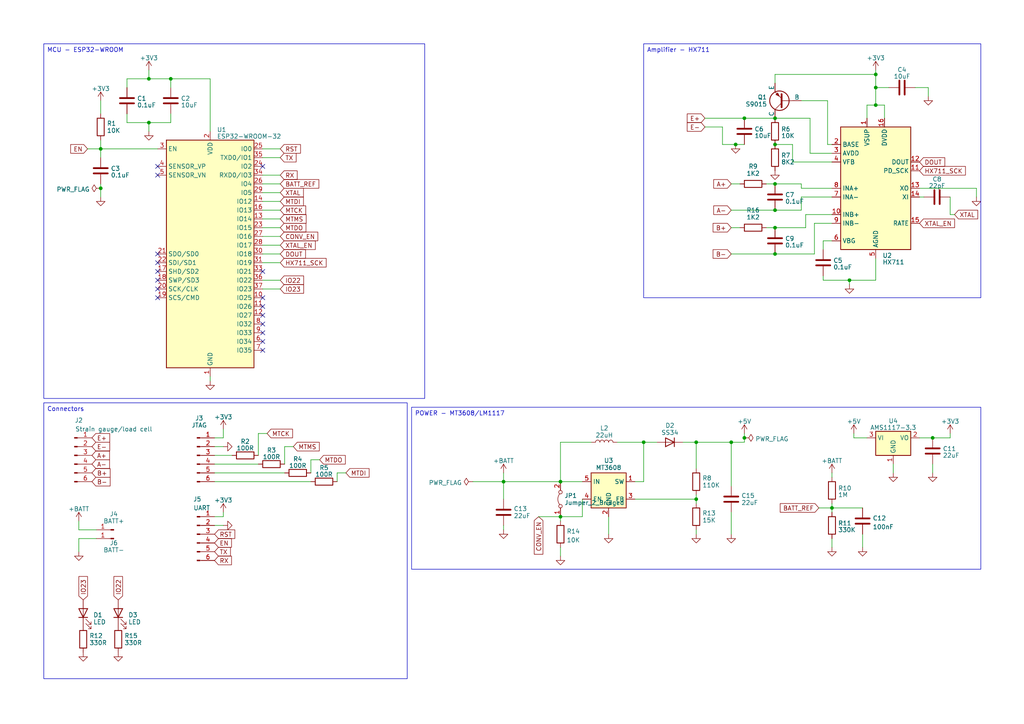
<source format=kicad_sch>
(kicad_sch (version 20231120) (generator "eeschema") (generator_version "8.0")
  (paper "A4")
  (title_block (title "Electronic hangboard") (date "2023-05-30") (rev "2"))
  (lib_symbols
    (symbol "Analog_ADC:HX711"
      (property "Reference" "U" (at 5.08 21.59 0))
      (property "Value" "HX711" (at 7.62 19.05 0))
      (symbol "HX711_0_1"
        (rectangle (start -10.16 17.78) (end 10.16 -17.78) (stroke (width 0.254)) (fill (type background)))
      )
      (symbol "HX711_1_1"
        (pin power_in line (at -2.54 20.32 270) (length 2.54) (name "VSUP") (number "1"))
        (pin input line (at -12.7 -7.62 0) (length 2.54) (name "INB+") (number "10"))
        (pin input line (at 12.7 5.08 180) (length 2.54) (name "PD_SCK") (number "11"))
        (pin output line (at 12.7 7.62 180) (length 2.54) (name "DOUT") (number "12"))
        (pin passive line (at 12.7 0 180) (length 2.54) (name "XO") (number "13"))
        (pin passive line (at 12.7 -2.54 180) (length 2.54) (name "XI") (number "14"))
        (pin input line (at 12.7 -10.16 180) (length 2.54) (name "RATE") (number "15"))
        (pin power_in line (at 2.54 20.32 270) (length 2.54) (name "DVDD") (number "16"))
        (pin passive line (at -12.7 12.7 0) (length 2.54) (name "BASE") (number "2"))
        (pin power_in line (at -12.7 10.16 0) (length 2.54) (name "AVDD") (number "3"))
        (pin input line (at -12.7 7.62 0) (length 2.54) (name "VFB") (number "4"))
        (pin power_in line (at 0 -20.32 90) (length 2.54) (name "AGND") (number "5"))
        (pin passive line (at -12.7 -15.24 0) (length 2.54) (name "VBG") (number "6"))
        (pin input line (at -12.7 -2.54 0) (length 2.54) (name "INA-") (number "7"))
        (pin input line (at -12.7 0 0) (length 2.54) (name "INA+") (number "8"))
        (pin input line (at -12.7 -10.16 0) (length 2.54) (name "INB-") (number "9"))
      )
    )
    (symbol "Connector:Conn_01x01_Pin" (pin_names (offset 1.016) hide)
      (property "Reference" "J" (at 0 2.54 0))
      (property "Value" "Conn_01x01_Pin" (at 0 -2.54 0))
      (symbol "Conn_01x01_Pin_1_1"
        (polyline (pts (xy 1.27 0) (xy 0.8636 0)) (stroke (width 0.1524)))
        (rectangle (start 0.8636 0.127) (end 0 -0.127) (stroke (width 0.1524)) (fill (type outline)))
        (pin passive line (at 5.08 0 180) (length 3.81) (name "Pin_1") (number "1"))
      )
    )
    (symbol "Connector:Conn_01x06_Pin" (pin_names (offset 1.016) hide)
      (property "Reference" "J" (at 0 7.62 0))
      (property "Value" "Conn_01x06_Pin" (at 0 -10.16 0))
      (symbol "Conn_01x06_Pin_1_1"
        (polyline (pts (xy 1.27 -7.62) (xy 0.8636 -7.62)) (stroke (width 0.1524)))
        (polyline (pts (xy 1.27 -5.08) (xy 0.8636 -5.08)) (stroke (width 0.1524)))
        (polyline (pts (xy 1.27 -2.54) (xy 0.8636 -2.54)) (stroke (width 0.1524)))
        (polyline (pts (xy 1.27 0) (xy 0.8636 0)) (stroke (width 0.1524)))
        (polyline (pts (xy 1.27 2.54) (xy 0.8636 2.54)) (stroke (width 0.1524)))
        (polyline (pts (xy 1.27 5.08) (xy 0.8636 5.08)) (stroke (width 0.1524)))
        (rectangle (start 0.8636 -7.493) (end 0 -7.747) (stroke (width 0.1524)) (fill (type outline)))
        (rectangle (start 0.8636 -4.953) (end 0 -5.207) (stroke (width 0.1524)) (fill (type outline)))
        (rectangle (start 0.8636 -2.413) (end 0 -2.667) (stroke (width 0.1524)) (fill (type outline)))
        (rectangle (start 0.8636 0.127) (end 0 -0.127) (stroke (width 0.1524)) (fill (type outline)))
        (rectangle (start 0.8636 2.667) (end 0 2.413) (stroke (width 0.1524)) (fill (type outline)))
        (rectangle (start 0.8636 5.207) (end 0 4.953) (stroke (width 0.1524)) (fill (type outline)))
        (pin passive line (at 5.08 5.08 180) (length 3.81) (name "Pin_1") (number "1"))
        (pin passive line (at 5.08 2.54 180) (length 3.81) (name "Pin_2") (number "2"))
        (pin passive line (at 5.08 0 180) (length 3.81) (name "Pin_3") (number "3"))
        (pin passive line (at 5.08 -2.54 180) (length 3.81) (name "Pin_4") (number "4"))
        (pin passive line (at 5.08 -5.08 180) (length 3.81) (name "Pin_5") (number "5"))
        (pin passive line (at 5.08 -7.62 180) (length 3.81) (name "Pin_6") (number "6"))
      )
    )
    (symbol "Device:C" (pin_numbers hide) (pin_names (offset 0.254))
      (property "Reference" "C" (at 0.635 2.54 0))
      (property "Value" "C" (at 0.635 -2.54 0))
      (symbol "C_0_1"
        (polyline (pts (xy -2.032 -0.762) (xy 2.032 -0.762)) (stroke (width 0.508)))
        (polyline (pts (xy -2.032 0.762) (xy 2.032 0.762)) (stroke (width 0.508)))
      )
      (symbol "C_1_1"
        (pin passive line (at 0 3.81 270) (length 2.794) (name "~") (number "1"))
        (pin passive line (at 0 -3.81 90) (length 2.794) (name "~") (number "2"))
      )
    )
    (symbol "Device:D" (pin_numbers hide) (pin_names (offset 1.016) hide)
      (property "Reference" "D" (at 0 2.54 0))
      (property "Value" "D" (at 0 -2.54 0))
      (symbol "D_0_1"
        (polyline (pts (xy -1.27 1.27) (xy -1.27 -1.27)) (stroke (width 0.254)))
        (polyline (pts (xy 1.27 0) (xy -1.27 0)))
        (polyline (pts (xy 1.27 1.27) (xy 1.27 -1.27) (xy -1.27 0) (xy 1.27 1.27)) (stroke (width 0.254)))
      )
      (symbol "D_1_1"
        (pin passive line (at -3.81 0 0) (length 2.54) (name "K") (number "1"))
        (pin passive line (at 3.81 0 180) (length 2.54) (name "A") (number "2"))
      )
    )
    (symbol "Device:L" (pin_numbers hide) (pin_names (offset 1.016) hide)
      (property "Reference" "L" (at -1.27 0 90))
      (property "Value" "L" (at 1.905 0 90))
      (symbol "L_0_1"
        (arc (start 0 -2.54) (mid 0.6323 -1.905) (end 0 -1.27))
        (arc (start 0 -1.27) (mid 0.6323 -0.635) (end 0 0))
        (arc (start 0 0) (mid 0.6323 0.635) (end 0 1.27))
        (arc (start 0 1.27) (mid 0.6323 1.905) (end 0 2.54))
      )
      (symbol "L_1_1"
        (pin passive line (at 0 3.81 270) (length 1.27) (name "1") (number "1"))
        (pin passive line (at 0 -3.81 90) (length 1.27) (name "2") (number "2"))
      )
    )
    (symbol "Device:LED" (pin_numbers hide) (pin_names (offset 1.016) hide)
      (property "Reference" "D" (at 0 2.54 0))
      (property "Value" "LED" (at 0 -2.54 0))
      (symbol "LED_0_1"
        (polyline (pts (xy -1.27 -1.27) (xy -1.27 1.27)) (stroke (width 0.254)))
        (polyline (pts (xy -1.27 0) (xy 1.27 0)))
        (polyline (pts (xy 1.27 -1.27) (xy 1.27 1.27) (xy -1.27 0) (xy 1.27 -1.27)) (stroke (width 0.254)))
        (polyline (pts (xy -3.048 -0.762) (xy -4.572 -2.286) (xy -3.81 -2.286) (xy -4.572 -2.286) (xy -4.572 -1.524)))
        (polyline (pts (xy -1.778 -0.762) (xy -3.302 -2.286) (xy -2.54 -2.286) (xy -3.302 -2.286) (xy -3.302 -1.524)))
      )
      (symbol "LED_1_1"
        (pin passive line (at -3.81 0 0) (length 2.54) (name "K") (number "1"))
        (pin passive line (at 3.81 0 180) (length 2.54) (name "A") (number "2"))
      )
    )
    (symbol "Device:R" (pin_numbers hide) (pin_names (offset 0))
      (property "Reference" "R" (at 2.032 0 90))
      (property "Value" "R" (at 0 0 90))
      (symbol "R_0_1"
        (rectangle (start -1.016 -2.54) (end 1.016 2.54) (stroke (width 0.254)))
      )
      (symbol "R_1_1"
        (pin passive line (at 0 3.81 270) (length 1.27) (name "~") (number "1"))
        (pin passive line (at 0 -3.81 90) (length 1.27) (name "~") (number "2"))
      )
    )
    (symbol "Jumper:Jumper_2_Bridged" (pin_names (offset 0) hide)
      (property "Reference" "JP" (at 0 1.905 0))
      (property "Value" "Jumper_2_Bridged" (at 0 -2.54 0))
      (symbol "Jumper_2_Bridged_0_0"
        (circle (center -2.032 0) (radius 0.508))
        (circle (center 2.032 0) (radius 0.508))
      )
      (symbol "Jumper_2_Bridged_0_1"
        (arc (start 1.524 0.254) (mid 0 0.762) (end -1.524 0.254))
      )
      (symbol "Jumper_2_Bridged_1_1"
        (pin passive line (at -5.08 0 0) (length 2.54) (name "A") (number "1"))
        (pin passive line (at 5.08 0 180) (length 2.54) (name "B") (number "2"))
      )
    )
    (symbol "RF_Module:ESP32-WROOM-32"
      (property "Reference" "U" (at -12.7 34.29 0))
      (property "Value" "ESP32-WROOM-32" (at 1.27 34.29 0))
      (symbol "ESP32-WROOM-32_0_1"
        (rectangle (start -12.7 33.02) (end 12.7 -33.02) (stroke (width 0.254)) (fill (type background)))
      )
      (symbol "ESP32-WROOM-32_1_1"
        (pin power_in line (at 0 -35.56 90) (length 2.54) (name "GND") (number "1"))
        (pin bidirectional line (at 15.24 -12.7 180) (length 2.54) (name "IO25") (number "10"))
        (pin bidirectional line (at 15.24 -15.24 180) (length 2.54) (name "IO26") (number "11"))
        (pin bidirectional line (at 15.24 -17.78 180) (length 2.54) (name "IO27") (number "12"))
        (pin bidirectional line (at 15.24 10.16 180) (length 2.54) (name "IO14") (number "13"))
        (pin bidirectional line (at 15.24 15.24 180) (length 2.54) (name "IO12") (number "14"))
        (pin passive line (at 0 -35.56 90) (length 2.54) hide (name "GND") (number "15"))
        (pin bidirectional line (at 15.24 12.7 180) (length 2.54) (name "IO13") (number "16"))
        (pin bidirectional line (at -15.24 -5.08 0) (length 2.54) (name "SHD/SD2") (number "17"))
        (pin bidirectional line (at -15.24 -7.62 0) (length 2.54) (name "SWP/SD3") (number "18"))
        (pin bidirectional line (at -15.24 -12.7 0) (length 2.54) (name "SCS/CMD") (number "19"))
        (pin power_in line (at 0 35.56 270) (length 2.54) (name "VDD") (number "2"))
        (pin bidirectional line (at -15.24 -10.16 0) (length 2.54) (name "SCK/CLK") (number "20"))
        (pin bidirectional line (at -15.24 0 0) (length 2.54) (name "SDO/SD0") (number "21"))
        (pin bidirectional line (at -15.24 -2.54 0) (length 2.54) (name "SDI/SD1") (number "22"))
        (pin bidirectional line (at 15.24 7.62 180) (length 2.54) (name "IO15") (number "23"))
        (pin bidirectional line (at 15.24 25.4 180) (length 2.54) (name "IO2") (number "24"))
        (pin bidirectional line (at 15.24 30.48 180) (length 2.54) (name "IO0") (number "25"))
        (pin bidirectional line (at 15.24 20.32 180) (length 2.54) (name "IO4") (number "26"))
        (pin bidirectional line (at 15.24 5.08 180) (length 2.54) (name "IO16") (number "27"))
        (pin bidirectional line (at 15.24 2.54 180) (length 2.54) (name "IO17") (number "28"))
        (pin bidirectional line (at 15.24 17.78 180) (length 2.54) (name "IO5") (number "29"))
        (pin input line (at -15.24 30.48 0) (length 2.54) (name "EN") (number "3"))
        (pin bidirectional line (at 15.24 0 180) (length 2.54) (name "IO18") (number "30"))
        (pin bidirectional line (at 15.24 -2.54 180) (length 2.54) (name "IO19") (number "31"))
        (pin no_connect line (at -12.7 -27.94 0) (length 2.54) hide (name "NC") (number "32"))
        (pin bidirectional line (at 15.24 -5.08 180) (length 2.54) (name "IO21") (number "33"))
        (pin bidirectional line (at 15.24 22.86 180) (length 2.54) (name "RXD0/IO3") (number "34"))
        (pin bidirectional line (at 15.24 27.94 180) (length 2.54) (name "TXD0/IO1") (number "35"))
        (pin bidirectional line (at 15.24 -7.62 180) (length 2.54) (name "IO22") (number "36"))
        (pin bidirectional line (at 15.24 -10.16 180) (length 2.54) (name "IO23") (number "37"))
        (pin passive line (at 0 -35.56 90) (length 2.54) hide (name "GND") (number "38"))
        (pin passive line (at 0 -35.56 90) (length 2.54) hide (name "GND") (number "39"))
        (pin input line (at -15.24 25.4 0) (length 2.54) (name "SENSOR_VP") (number "4"))
        (pin input line (at -15.24 22.86 0) (length 2.54) (name "SENSOR_VN") (number "5"))
        (pin input line (at 15.24 -25.4 180) (length 2.54) (name "IO34") (number "6"))
        (pin input line (at 15.24 -27.94 180) (length 2.54) (name "IO35") (number "7"))
        (pin bidirectional line (at 15.24 -20.32 180) (length 2.54) (name "IO32") (number "8"))
        (pin bidirectional line (at 15.24 -22.86 180) (length 2.54) (name "IO33") (number "9"))
      )
    )
    (symbol "Regulator_Linear:AMS1117-3.3"
      (property "Reference" "U" (at -3.81 3.175 0))
      (property "Value" "AMS1117-3.3" (at 0 3.175 0))
      (symbol "AMS1117-3.3_0_1"
        (rectangle (start -5.08 -5.08) (end 5.08 1.905) (stroke (width 0.254)) (fill (type background)))
      )
      (symbol "AMS1117-3.3_1_1"
        (pin power_in line (at 0 -7.62 90) (length 2.54) (name "GND") (number "1"))
        (pin power_out line (at 7.62 0 180) (length 2.54) (name "VO") (number "2"))
        (pin power_in line (at -7.62 0 0) (length 2.54) (name "VI") (number "3"))
      )
    )
    (symbol "Regulator_Switching:MT3608"
      (property "Reference" "U" (at -2.54 8.89 0))
      (property "Value" "MT3608" (at -3.81 6.35 0))
      (symbol "MT3608_0_1"
        (rectangle (start -5.08 5.08) (end 5.08 -5.08) (stroke (width 0.254)) (fill (type background)))
      )
      (symbol "MT3608_1_1"
        (pin passive line (at 7.62 2.54 180) (length 2.54) (name "SW") (number "1"))
        (pin power_in line (at 0 -7.62 90) (length 2.54) (name "GND") (number "2"))
        (pin input line (at 7.62 -2.54 180) (length 2.54) (name "FB") (number "3"))
        (pin input line (at -7.62 -2.54 0) (length 2.54) (name "EN") (number "4"))
        (pin power_in line (at -7.62 2.54 0) (length 2.54) (name "IN") (number "5"))
        (pin no_connect line (at 5.08 0 180) (length 2.54) hide (name "NC") (number "6"))
      )
    )
    (symbol "Simulation_SPICE:PNP" (pin_numbers hide) (pin_names (offset 0))
      (property "Reference" "Q" (at -2.54 7.62 0))
      (property "Value" "PNP" (at -2.54 5.08 0))
      (symbol "PNP_0_1"
        (polyline (pts (xy -2.54 0) (xy 0.635 0)) (stroke (width 0.1524)))
        (polyline (pts (xy 0.635 0.635) (xy 2.54 2.54)))
        (polyline (pts (xy 0.635 -0.635) (xy 2.54 -2.54) (xy 2.54 -2.54)))
        (polyline (pts (xy 0.635 1.905) (xy 0.635 -1.905) (xy 0.635 -1.905)) (stroke (width 0.508)))
        (polyline (pts (xy 2.286 -1.778) (xy 1.778 -2.286) (xy 1.27 -1.27) (xy 2.286 -1.778) (xy 2.286 -1.778)) (fill (type outline)))
        (circle (center 1.27 0) (radius 2.8194) (stroke (width 0.254)))
      )
      (symbol "PNP_1_1"
        (pin open_collector line (at 2.54 5.08 270) (length 2.54) (name "C") (number "1"))
        (pin input line (at -5.08 0 0) (length 2.54) (name "B") (number "2"))
        (pin open_emitter line (at 2.54 -5.08 90) (length 2.54) (name "E") (number "3"))
      )
    )
    (symbol "power:+3V3" (power) (pin_names (offset 0))
      (property "Value" "+3V3" (at 0 3.556 0))
      (symbol "+3V3_0_1"
        (polyline (pts (xy -0.762 1.27) (xy 0 2.54)))
        (polyline (pts (xy 0 0) (xy 0 2.54)))
        (polyline (pts (xy 0 2.54) (xy 0.762 1.27)))
      )
      (symbol "+3V3_1_1"
        (pin power_in line (at 0 0 90) (length 0) hide (name "+3V3") (number "1"))
      )
    )
    (symbol "power:+5V" (power) (pin_names (offset 0))
      (property "Value" "+5V" (at 0 3.556 0))
      (symbol "+5V_0_1"
        (polyline (pts (xy -0.762 1.27) (xy 0 2.54)))
        (polyline (pts (xy 0 0) (xy 0 2.54)))
        (polyline (pts (xy 0 2.54) (xy 0.762 1.27)))
      )
      (symbol "+5V_1_1"
        (pin power_in line (at 0 0 90) (length 0) hide (name "+5V") (number "1"))
      )
    )
    (symbol "power:+BATT" (power) (pin_names (offset 0))
      (property "Value" "+BATT" (at 0 3.556 0))
      (symbol "+BATT_0_1"
        (polyline (pts (xy -0.762 1.27) (xy 0 2.54)))
        (polyline (pts (xy 0 0) (xy 0 2.54)))
        (polyline (pts (xy 0 2.54) (xy 0.762 1.27)))
      )
      (symbol "+BATT_1_1"
        (pin power_in line (at 0 0 90) (length 0) hide (name "+BATT") (number "1"))
      )
    )
    (symbol "power:GND" (power) (pin_names (offset 0))
      (property "Value" "GND" (at 0 -3.81 0))
      (symbol "GND_0_1"
        (polyline (pts (xy 0 0) (xy 0 -1.27) (xy 1.27 -1.27) (xy 0 -2.54) (xy -1.27 -1.27) (xy 0 -1.27)))
      )
      (symbol "GND_1_1"
        (pin power_in line (at 0 0 270) (length 0) hide (name "GND") (number "1"))
      )
    )
    (symbol "power:PWR_FLAG" (power) (pin_numbers hide) (pin_names (offset 0) hide)
      (property "Value" "PWR_FLAG" (at 0 3.81 0))
      (symbol "PWR_FLAG_0_0"
        (pin power_out line (at 0 0 90) (length 0) (name "pwr") (number "1"))
      )
      (symbol "PWR_FLAG_0_1"
        (polyline (pts (xy 0 0) (xy 0 1.27) (xy -1.016 1.905) (xy 0 2.54) (xy 1.016 1.905) (xy 0 1.27)))
      )
    )
  )
  (junction (at 201.93 144.78))
  (junction (at 224.79 53.34))
  (junction (at 246.38 81.28))
  (junction (at 224.79 66.04))
  (junction (at 215.9 127))
  (junction (at 270.51 127))
  (junction (at 186.69 128.27))
  (junction (at 241.3 147.32))
  (junction (at 254 25.4))
  (junction (at 212.09 128.27))
  (junction (at 49.53 22.86))
  (junction (at 224.79 34.29))
  (junction (at 43.18 35.56))
  (junction (at 201.93 128.27))
  (junction (at 29.21 54.61))
  (junction (at 162.56 149.86))
  (junction (at 224.79 41.91))
  (junction (at 162.56 139.7))
  (junction (at 43.18 22.86))
  (junction (at 254 30.48))
  (junction (at 254 21.59))
  (junction (at 146.05 139.7))
  (junction (at 224.79 73.66))
  (junction (at 224.79 60.96))
  (junction (at 29.21 43.18))
  (junction (at 213.36 41.91))
  (junction (at 215.9 34.29))
  (no_connect (at 45.72 50.8))
  (no_connect (at 76.2 78.74))
  (no_connect (at 76.2 88.9))
  (no_connect (at 76.2 91.44))
  (no_connect (at 45.72 83.82))
  (no_connect (at 45.72 81.28))
  (no_connect (at 76.2 96.52))
  (no_connect (at 76.2 86.36))
  (no_connect (at 45.72 78.74))
  (no_connect (at 45.72 73.66))
  (no_connect (at 45.72 48.26))
  (no_connect (at 76.2 93.98))
  (no_connect (at 45.72 76.2))
  (no_connect (at 76.2 48.26))
  (no_connect (at 76.2 101.6))
  (no_connect (at 76.2 99.06))
  (no_connect (at 45.72 86.36))
  (wire (pts (xy 254 25.4) (xy 257.81 25.4)))
  (wire (pts (xy 251.46 30.48) (xy 254 30.48)))
  (wire (pts (xy 209.55 36.83) (xy 209.55 41.91)))
  (wire (pts (xy 254 25.4) (xy 254 30.48)))
  (wire (pts (xy 209.55 41.91) (xy 213.36 41.91)))
  (wire (pts (xy 247.65 127) (xy 251.46 127)))
  (wire (pts (xy 238.76 81.28) (xy 246.38 81.28)))
  (wire (pts (xy 224.79 21.59) (xy 254 21.59)))
  (wire (pts (xy 233.68 62.23) (xy 233.68 66.04)))
  (wire (pts (xy 201.93 153.67) (xy 201.93 154.94)))
  (wire (pts (xy 62.23 134.62) (xy 74.93 134.62)))
  (wire (pts (xy 49.53 22.86) (xy 43.18 22.86)))
  (wire (pts (xy 254 21.59) (xy 254 25.4)))
  (wire (pts (xy 224.79 24.13) (xy 224.79 21.59)))
  (wire (pts (xy 76.2 53.34) (xy 81.28 53.34)))
  (wire (pts (xy 77.47 125.73) (xy 74.93 125.73)))
  (wire (pts (xy 76.2 60.96) (xy 81.28 60.96)))
  (wire (pts (xy 241.3 137.16) (xy 241.3 138.43)))
  (wire (pts (xy 62.23 132.08) (xy 67.31 132.08)))
  (wire (pts (xy 146.05 152.4) (xy 146.05 153.67)))
  (wire (pts (xy 215.9 34.29) (xy 224.79 34.29)))
  (wire (pts (xy 60.96 22.86) (xy 49.53 22.86)))
  (wire (pts (xy 64.77 149.86) (xy 64.77 148.59)))
  (wire (pts (xy 85.09 129.54) (xy 82.55 129.54)))
  (wire (pts (xy 234.95 34.29) (xy 234.95 44.45)))
  (wire (pts (xy 259.08 134.62) (xy 259.08 137.16)))
  (wire (pts (xy 137.16 139.7) (xy 146.05 139.7)))
  (wire (pts (xy 168.91 149.86) (xy 162.56 149.86)))
  (wire (pts (xy 36.83 22.86) (xy 43.18 22.86)))
  (wire (pts (xy 76.2 43.18) (xy 81.28 43.18)))
  (wire (pts (xy 76.2 68.58) (xy 81.28 68.58)))
  (wire (pts (xy 184.15 144.78) (xy 201.93 144.78)))
  (wire (pts (xy 269.24 25.4) (xy 269.24 27.94)))
  (wire (pts (xy 74.93 125.73) (xy 74.93 132.08)))
  (wire (pts (xy 241.3 57.15) (xy 232.41 57.15)))
  (wire (pts (xy 236.22 64.77) (xy 236.22 73.66)))
  (wire (pts (xy 62.23 129.54) (xy 64.77 129.54)))
  (wire (pts (xy 215.9 128.27) (xy 212.09 128.27)))
  (wire (pts (xy 229.87 46.99) (xy 241.3 46.99)))
  (wire (pts (xy 62.23 149.86) (xy 64.77 149.86)))
  (wire (pts (xy 162.56 149.86) (xy 162.56 151.13)))
  (wire (pts (xy 250.19 154.94) (xy 250.19 158.75)))
  (wire (pts (xy 76.2 83.82) (xy 81.28 83.82)))
  (wire (pts (xy 36.83 33.02) (xy 36.83 35.56)))
  (wire (pts (xy 240.03 41.91) (xy 241.3 41.91)))
  (wire (pts (xy 76.2 45.72) (xy 81.28 45.72)))
  (wire (pts (xy 76.2 55.88) (xy 81.28 55.88)))
  (wire (pts (xy 29.21 54.61) (xy 29.21 57.15)))
  (wire (pts (xy 36.83 25.4) (xy 36.83 22.86)))
  (wire (pts (xy 162.56 158.75) (xy 162.56 161.29)))
  (wire (pts (xy 254 81.28) (xy 254 74.93)))
  (wire (pts (xy 76.2 71.12) (xy 81.28 71.12)))
  (wire (pts (xy 275.59 127) (xy 270.51 127)))
  (wire (pts (xy 238.76 69.85) (xy 238.76 72.39)))
  (wire (pts (xy 222.25 66.04) (xy 224.79 66.04)))
  (wire (pts (xy 232.41 60.96) (xy 224.79 60.96)))
  (wire (pts (xy 241.3 147.32) (xy 241.3 148.59)))
  (wire (pts (xy 275.59 125.73) (xy 275.59 127)))
  (wire (pts (xy 82.55 129.54) (xy 82.55 134.62)))
  (wire (pts (xy 198.12 128.27) (xy 201.93 128.27)))
  (wire (pts (xy 29.21 29.21) (xy 29.21 33.02)))
  (wire (pts (xy 251.46 34.29) (xy 251.46 30.48)))
  (wire (pts (xy 62.23 127) (xy 64.77 127)))
  (wire (pts (xy 224.79 41.91) (xy 229.87 41.91)))
  (wire (pts (xy 100.33 137.16) (xy 97.79 137.16)))
  (wire (pts (xy 266.7 57.15) (xy 267.97 57.15)))
  (wire (pts (xy 246.38 81.28) (xy 254 81.28)))
  (wire (pts (xy 232.41 53.34) (xy 232.41 54.61)))
  (wire (pts (xy 212.09 140.97) (xy 212.09 128.27)))
  (wire (pts (xy 179.07 128.27) (xy 186.69 128.27)))
  (wire (pts (xy 224.79 34.29) (xy 234.95 34.29)))
  (wire (pts (xy 45.72 43.18) (xy 29.21 43.18)))
  (wire (pts (xy 186.69 139.7) (xy 186.69 128.27)))
  (wire (pts (xy 62.23 139.7) (xy 90.17 139.7)))
  (wire (pts (xy 176.53 149.86) (xy 176.53 154.94)))
  (wire (pts (xy 162.56 128.27) (xy 162.56 139.7)))
  (wire (pts (xy 215.9 127) (xy 215.9 128.27)))
  (wire (pts (xy 256.54 34.29) (xy 256.54 30.48)))
  (wire (pts (xy 234.95 44.45) (xy 241.3 44.45)))
  (wire (pts (xy 22.86 151.13) (xy 22.86 153.67)))
  (wire (pts (xy 212.09 148.59) (xy 212.09 154.94)))
  (wire (pts (xy 204.47 34.29) (xy 215.9 34.29)))
  (wire (pts (xy 22.86 153.67) (xy 27.94 153.67)))
  (wire (pts (xy 201.93 143.51) (xy 201.93 144.78)))
  (wire (pts (xy 76.2 81.28) (xy 81.28 81.28)))
  (wire (pts (xy 212.09 60.96) (xy 224.79 60.96)))
  (wire (pts (xy 238.76 80.01) (xy 238.76 81.28)))
  (wire (pts (xy 201.93 128.27) (xy 201.93 135.89)))
  (wire (pts (xy 29.21 53.34) (xy 29.21 54.61)))
  (wire (pts (xy 232.41 57.15) (xy 232.41 60.96)))
  (wire (pts (xy 76.2 63.5) (xy 81.28 63.5)))
  (wire (pts (xy 233.68 62.23) (xy 241.3 62.23)))
  (wire (pts (xy 224.79 66.04) (xy 233.68 66.04)))
  (wire (pts (xy 204.47 36.83) (xy 209.55 36.83)))
  (wire (pts (xy 76.2 50.8) (xy 81.28 50.8)))
  (wire (pts (xy 146.05 137.16) (xy 146.05 139.7)))
  (wire (pts (xy 97.79 137.16) (xy 97.79 139.7)))
  (wire (pts (xy 222.25 53.34) (xy 224.79 53.34)))
  (wire (pts (xy 162.56 139.7) (xy 168.91 139.7)))
  (wire (pts (xy 215.9 125.73) (xy 215.9 127)))
  (wire (pts (xy 43.18 22.86) (xy 43.18 20.32)))
  (wire (pts (xy 62.23 152.4) (xy 64.77 152.4)))
  (wire (pts (xy 156.21 149.86) (xy 162.56 149.86)))
  (wire (pts (xy 43.18 35.56) (xy 43.18 38.1)))
  (wire (pts (xy 49.53 35.56) (xy 43.18 35.56)))
  (wire (pts (xy 60.96 22.86) (xy 60.96 38.1)))
  (wire (pts (xy 265.43 25.4) (xy 269.24 25.4)))
  (wire (pts (xy 92.71 133.35) (xy 90.17 133.35)))
  (wire (pts (xy 49.53 25.4) (xy 49.53 22.86)))
  (wire (pts (xy 213.36 41.91) (xy 215.9 41.91)))
  (wire (pts (xy 246.38 82.55) (xy 246.38 81.28)))
  (wire (pts (xy 146.05 139.7) (xy 146.05 144.78)))
  (wire (pts (xy 184.15 139.7) (xy 186.69 139.7)))
  (wire (pts (xy 254 20.32) (xy 254 21.59)))
  (wire (pts (xy 168.91 144.78) (xy 168.91 149.86)))
  (wire (pts (xy 190.5 128.27) (xy 186.69 128.27)))
  (wire (pts (xy 146.05 139.7) (xy 162.56 139.7)))
  (wire (pts (xy 29.21 43.18) (xy 29.21 40.64)))
  (wire (pts (xy 236.22 64.77) (xy 241.3 64.77)))
  (wire (pts (xy 76.2 58.42) (xy 81.28 58.42)))
  (wire (pts (xy 256.54 30.48) (xy 254 30.48)))
  (wire (pts (xy 76.2 66.04) (xy 81.28 66.04)))
  (wire (pts (xy 29.21 43.18) (xy 29.21 45.72)))
  (wire (pts (xy 283.21 57.15) (xy 283.21 54.61)))
  (wire (pts (xy 171.45 128.27) (xy 162.56 128.27)))
  (wire (pts (xy 201.93 128.27) (xy 212.09 128.27)))
  (wire (pts (xy 22.86 156.21) (xy 27.94 156.21)))
  (wire (pts (xy 62.23 137.16) (xy 82.55 137.16)))
  (wire (pts (xy 201.93 144.78) (xy 201.93 146.05)))
  (wire (pts (xy 25.4 43.18) (xy 29.21 43.18)))
  (wire (pts (xy 90.17 133.35) (xy 90.17 137.16)))
  (wire (pts (xy 270.51 134.62) (xy 270.51 137.16)))
  (wire (pts (xy 232.41 29.21) (xy 240.03 29.21)))
  (wire (pts (xy 212.09 53.34) (xy 214.63 53.34)))
  (wire (pts (xy 232.41 53.34) (xy 224.79 53.34)))
  (wire (pts (xy 275.59 62.23) (xy 276.86 62.23)))
  (wire (pts (xy 241.3 146.05) (xy 241.3 147.32)))
  (wire (pts (xy 283.21 54.61) (xy 266.7 54.61)))
  (wire (pts (xy 76.2 73.66) (xy 81.28 73.66)))
  (wire (pts (xy 212.09 73.66) (xy 224.79 73.66)))
  (wire (pts (xy 229.87 41.91) (xy 229.87 46.99)))
  (wire (pts (xy 76.2 76.2) (xy 81.28 76.2)))
  (wire (pts (xy 241.3 156.21) (xy 241.3 158.75)))
  (wire (pts (xy 240.03 29.21) (xy 240.03 41.91)))
  (wire (pts (xy 36.83 35.56) (xy 43.18 35.56)))
  (wire (pts (xy 22.86 160.02) (xy 22.86 156.21)))
  (wire (pts (xy 241.3 147.32) (xy 250.19 147.32)))
  (wire (pts (xy 275.59 57.15) (xy 275.59 62.23)))
  (wire (pts (xy 49.53 33.02) (xy 49.53 35.56)))
  (wire (pts (xy 236.22 73.66) (xy 224.79 73.66)))
  (wire (pts (xy 241.3 54.61) (xy 232.41 54.61)))
  (wire (pts (xy 237.49 147.32) (xy 241.3 147.32)))
  (wire (pts (xy 241.3 69.85) (xy 238.76 69.85)))
  (wire (pts (xy 60.96 109.22) (xy 60.96 110.49)))
  (wire (pts (xy 266.7 127) (xy 270.51 127)))
  (wire (pts (xy 212.09 66.04) (xy 214.63 66.04)))
  (wire (pts (xy 247.65 125.73) (xy 247.65 127)))
  (wire (pts (xy 64.77 124.46) (xy 64.77 127)))
  (text_box "POWER - MT3608/LM1117" (at 119.38 118.11 0) (size 165.1 46.99) (effects (font (size 1.27 1.27)) (justify left top)))
  (text_box "Amplifier - HX711" (at 186.69 12.7 0) (size 97.79 73.66) (effects (font (size 1.27 1.27)) (justify left top)))
  (text_box "Connectors" (at 12.7 116.84 0) (size 105.41 80.01) (effects (font (size 1.27 1.27)) (justify left top)))
  (text_box "MCU - ESP32-WROOM" (at 12.7 12.7 0) (size 110.49 102.87) (effects (font (size 1.27 1.27)) (justify left top)))
  (global_label "EN" (shape input) (at 25.4 43.18 180) (property "Intersheetrefs" "${INTERSHEET_REFS}" (effects (hide yes))))
  (global_label "XTAL" (shape input) (at 81.28 55.88 0) (property "Intersheetrefs" "${INTERSHEET_REFS}" (effects (hide yes))))
  (global_label "MTMS" (shape input) (at 81.28 63.5 0) (property "Intersheetrefs" "${INTERSHEET_REFS}" (effects (hide yes))))
  (global_label "E-" (shape input) (at 204.47 36.83 180) (property "Intersheetrefs" "${INTERSHEET_REFS}" (effects (hide yes))))
  (global_label "MTDI" (shape input) (at 100.33 137.16 0) (property "Intersheetrefs" "${INTERSHEET_REFS}" (effects (hide yes))))
  (global_label "B-" (shape input) (at 212.09 73.66 180) (property "Intersheetrefs" "${INTERSHEET_REFS}" (effects (hide yes))))
  (global_label "IO22" (shape input) (at 81.28 81.28 0) (property "Intersheetrefs" "${INTERSHEET_REFS}" (effects (hide yes))))
  (global_label "BATT_REF" (shape input) (at 81.28 53.34 0) (property "Intersheetrefs" "${INTERSHEET_REFS}" (effects (hide yes))))
  (global_label "RST" (shape input) (at 81.28 43.18 0) (property "Intersheetrefs" "${INTERSHEET_REFS}" (effects (hide yes))))
  (global_label "MTCK" (shape input) (at 81.28 60.96 0) (property "Intersheetrefs" "${INTERSHEET_REFS}" (effects (hide yes))))
  (global_label "XTAL" (shape input) (at 276.86 62.23 0) (property "Intersheetrefs" "${INTERSHEET_REFS}" (effects (hide yes))))
  (global_label "DOUT" (shape input) (at 81.28 73.66 0) (property "Intersheetrefs" "${INTERSHEET_REFS}" (effects (hide yes))))
  (global_label "A-" (shape input) (at 26.67 134.62 0) (property "Intersheetrefs" "${INTERSHEET_REFS}" (effects (hide yes))))
  (global_label "MTDI" (shape input) (at 81.28 58.42 0) (property "Intersheetrefs" "${INTERSHEET_REFS}" (effects (hide yes))))
  (global_label "IO23" (shape input) (at 81.28 83.82 0) (property "Intersheetrefs" "${INTERSHEET_REFS}" (effects (hide yes))))
  (global_label "HX711_SCK" (shape input) (at 81.28 76.2 0) (property "Intersheetrefs" "${INTERSHEET_REFS}" (effects (hide yes))))
  (global_label "IO23" (shape input) (at 24.13 173.99 90) (property "Intersheetrefs" "${INTERSHEET_REFS}" (effects (hide yes))))
  (global_label "B+" (shape input) (at 26.67 137.16 0) (property "Intersheetrefs" "${INTERSHEET_REFS}" (effects (hide yes))))
  (global_label "XTAL_EN" (shape input) (at 266.7 64.77 0) (property "Intersheetrefs" "${INTERSHEET_REFS}" (effects (hide yes))))
  (global_label "A-" (shape input) (at 212.09 60.96 180) (property "Intersheetrefs" "${INTERSHEET_REFS}" (effects (hide yes))))
  (global_label "TX" (shape input) (at 62.23 160.02 0) (property "Intersheetrefs" "${INTERSHEET_REFS}" (effects (hide yes))))
  (global_label "EN" (shape input) (at 62.23 157.48 0) (property "Intersheetrefs" "${INTERSHEET_REFS}" (effects (hide yes))))
  (global_label "E+" (shape input) (at 26.67 127 0) (property "Intersheetrefs" "${INTERSHEET_REFS}" (effects (hide yes))))
  (global_label "B-" (shape input) (at 26.67 139.7 0) (property "Intersheetrefs" "${INTERSHEET_REFS}" (effects (hide yes))))
  (global_label "A+" (shape input) (at 212.09 53.34 180) (property "Intersheetrefs" "${INTERSHEET_REFS}" (effects (hide yes))))
  (global_label "BATT_REF" (shape input) (at 237.49 147.32 180) (property "Intersheetrefs" "${INTERSHEET_REFS}" (effects (hide yes))))
  (global_label "IO22" (shape input) (at 34.29 173.99 90) (property "Intersheetrefs" "${INTERSHEET_REFS}" (effects (hide yes))))
  (global_label "TX" (shape input) (at 81.28 45.72 0) (property "Intersheetrefs" "${INTERSHEET_REFS}" (effects (hide yes))))
  (global_label "DOUT" (shape input) (at 266.7 46.99 0) (property "Intersheetrefs" "${INTERSHEET_REFS}" (effects (hide yes))))
  (global_label "CONV_EN" (shape input) (at 81.28 68.58 0) (property "Intersheetrefs" "${INTERSHEET_REFS}" (effects (hide yes))))
  (global_label "MTDO" (shape input) (at 81.28 66.04 0) (property "Intersheetrefs" "${INTERSHEET_REFS}" (effects (hide yes))))
  (global_label "XTAL_EN" (shape input) (at 81.28 71.12 0) (property "Intersheetrefs" "${INTERSHEET_REFS}" (effects (hide yes))))
  (global_label "MTDO" (shape input) (at 92.71 133.35 0) (property "Intersheetrefs" "${INTERSHEET_REFS}" (effects (hide yes))))
  (global_label "HX711_SCK" (shape input) (at 266.7 49.53 0) (property "Intersheetrefs" "${INTERSHEET_REFS}" (effects (hide yes))))
  (global_label "A+" (shape input) (at 26.67 132.08 0) (property "Intersheetrefs" "${INTERSHEET_REFS}" (effects (hide yes))))
  (global_label "B+" (shape input) (at 212.09 66.04 180) (property "Intersheetrefs" "${INTERSHEET_REFS}" (effects (hide yes))))
  (global_label "E-" (shape input) (at 26.67 129.54 0) (property "Intersheetrefs" "${INTERSHEET_REFS}" (effects (hide yes))))
  (global_label "RST" (shape input) (at 62.23 154.94 0) (property "Intersheetrefs" "${INTERSHEET_REFS}" (effects (hide yes))))
  (global_label "MTMS" (shape input) (at 85.09 129.54 0) (property "Intersheetrefs" "${INTERSHEET_REFS}" (effects (hide yes))))
  (global_label "RX" (shape input) (at 81.28 50.8 0) (property "Intersheetrefs" "${INTERSHEET_REFS}" (effects (hide yes))))
  (global_label "CONV_EN" (shape input) (at 156.21 149.86 270) (property "Intersheetrefs" "${INTERSHEET_REFS}" (effects (hide yes))))
  (global_label "MTCK" (shape input) (at 77.47 125.73 0) (property "Intersheetrefs" "${INTERSHEET_REFS}" (effects (hide yes))))
  (global_label "RX" (shape input) (at 62.23 162.56 0) (property "Intersheetrefs" "${INTERSHEET_REFS}" (effects (hide yes))))
  (global_label "E+" (shape input) (at 204.47 34.29 180) (property "Intersheetrefs" "${INTERSHEET_REFS}" (effects (hide yes))))
  (symbol (lib_id "power:GND") (at 60.96 110.49 0) (unit 1)
    (property "Reference" "#PWR02" (effects (hide yes)))
    (property "Value" "GND" (effects (hide yes)))
  )
  (symbol (lib_id "Device:R") (at 201.93 139.7 0) (unit 1)
    (property "Reference" "R8" (at 203.708 138.676 0) (effects (justify left)))
    (property "Value" "110K" (at 203.708 140.724 0) (effects (justify left)))
    (property "Footprint" "Resistor_SMD:R_1206_3216Metric_Pad1.30x1.75mm_HandSolder" (effects (hide yes)))
  )
  (symbol (lib_id "power:+5V") (at 247.65 125.73 0) (unit 1)
    (property "Reference" "#PWR022" (effects (hide yes)))
    (property "Value" "+5V" (at 247.65 122.2281 0))
  )
  (symbol (lib_id "power:GND") (at 213.36 41.91 0) (unit 1)
    (property "Reference" "#PWR012" (effects (hide yes)))
    (property "Value" "GND" (effects (hide yes)))
  )
  (symbol (lib_id "power:GND") (at 64.77 152.4 90) (mirror x) (unit 1)
    (property "Reference" "#PWR016" (effects (hide yes)))
    (property "Value" "GND" (effects (hide yes)))
  )
  (symbol (lib_id "Device:R") (at 34.29 185.42 0) (unit 1)
    (property "Reference" "R15" (at 36.068 184.396 0) (effects (justify left)))
    (property "Value" "330R" (at 36.068 186.444 0) (effects (justify left)))
    (property "Footprint" "Resistor_SMD:R_1206_3216Metric_Pad1.30x1.75mm_HandSolder" (effects (hide yes)))
  )
  (symbol (lib_id "Device:C") (at 212.09 144.78 180) (unit 1)
    (property "Reference" "C15" (at 215.011 143.756 0) (effects (justify right)))
    (property "Value" "22uF" (at 215.011 145.804 0) (effects (justify right)))
    (property "Footprint" "Capacitor_SMD:C_1206_3216Metric_Pad1.33x1.80mm_HandSolder" (effects (hide yes)))
  )
  (symbol (lib_id "Device:C") (at 146.05 148.59 180) (unit 1)
    (property "Reference" "C13" (at 148.971 147.566 0) (effects (justify right)))
    (property "Value" "22uF" (at 148.971 149.614 0) (effects (justify right)))
    (property "Footprint" "Capacitor_SMD:C_1206_3216Metric_Pad1.33x1.80mm_HandSolder" (effects (hide yes)))
  )
  (symbol (lib_id "Device:C") (at 49.53 29.21 0) (unit 1)
    (property "Reference" "C2" (at 52.451 28.5663 0) (effects (justify left)))
    (property "Value" "10uF" (at 52.451 30.4873 0) (effects (justify left)))
    (property "Footprint" "Capacitor_SMD:C_1206_3216Metric_Pad1.33x1.80mm_HandSolder" (effects (hide yes)))
  )
  (symbol (lib_id "Device:R") (at 218.44 53.34 90) (unit 1)
    (property "Reference" "R9" (at 218.44 48.26 90))
    (property "Value" "1K2" (at 218.44 50.308 90))
    (property "Footprint" "Resistor_SMD:R_1206_3216Metric_Pad1.30x1.75mm_HandSolder" (effects (hide yes)))
  )
  (symbol (lib_id "power:GND") (at 250.19 158.75 0) (unit 1)
    (property "Reference" "#PWR030" (effects (hide yes)))
    (property "Value" "GND" (effects (hide yes)))
  )
  (symbol (lib_id "power:GND") (at 241.3 158.75 0) (unit 1)
    (property "Reference" "#PWR029" (effects (hide yes)))
    (property "Value" "GND" (effects (hide yes)))
  )
  (symbol (lib_id "power:PWR_FLAG") (at 29.21 54.61 90) (unit 1)
    (property "Reference" "#FLG02" (effects (hide yes)))
    (property "Value" "PWR_FLAG" (at 26.0351 54.9268 90) (effects (justify left)))
  )
  (symbol (lib_id "power:GND") (at 270.51 137.16 0) (unit 1)
    (property "Reference" "#PWR024" (effects (hide yes)))
    (property "Value" "GND" (effects (hide yes)))
  )
  (symbol (lib_id "Device:R") (at 29.21 36.83 0) (unit 1)
    (property "Reference" "R1" (at 30.988 35.806 0) (effects (justify left)))
    (property "Value" "10K" (at 30.988 37.854 0) (effects (justify left)))
    (property "Footprint" "Resistor_SMD:R_1206_3216Metric_Pad1.30x1.75mm_HandSolder" (effects (hide yes)))
  )
  (symbol (lib_id "power:PWR_FLAG") (at 215.9 127 270) (unit 1)
    (property "Reference" "#FLG05" (effects (hide yes)))
    (property "Value" "PWR_FLAG" (at 219.075 127.3168 90) (effects (justify left)))
  )
  (symbol (lib_id "Device:R") (at 93.98 139.7 90) (unit 1)
    (property "Reference" "R5" (at 93.98 135.6741 90))
    (property "Value" "100R" (at 93.98 137.5951 90))
    (property "Footprint" "Resistor_SMD:R_1206_3216Metric_Pad1.30x1.75mm_HandSolder" (effects (hide yes)))
  )
  (symbol (lib_id "Device:R") (at 71.12 132.08 90) (unit 1)
    (property "Reference" "R2" (at 71.12 128.0541 90))
    (property "Value" "100R" (at 71.12 129.9751 90))
    (property "Footprint" "Resistor_SMD:R_1206_3216Metric_Pad1.30x1.75mm_HandSolder" (effects (hide yes)))
  )
  (symbol (lib_id "Device:R") (at 218.44 66.04 90) (unit 1)
    (property "Reference" "R16" (at 218.44 60.96 90))
    (property "Value" "1K2" (at 218.44 63.008 90))
    (property "Footprint" "Resistor_SMD:R_1206_3216Metric_Pad1.30x1.75mm_HandSolder" (effects (hide yes)))
  )
  (symbol (lib_id "Jumper:Jumper_2_Bridged") (at 162.56 144.78 90) (unit 1)
    (property "Reference" "JP1" (at 163.703 143.756 90) (effects (justify right)))
    (property "Value" "Jumper_2_Bridged" (at 163.703 145.804 90) (effects (justify right)))
    (property "Footprint" "Jumper:SolderJumper-2_P1.3mm_Bridged_RoundedPad1.0x1.5mm" (effects (hide yes)))
  )
  (symbol (lib_id "power:+5V") (at 215.9 125.73 0) (unit 1)
    (property "Reference" "#PWR037" (effects (hide yes)))
    (property "Value" "+5V" (at 215.9 122.2281 0))
  )
  (symbol (lib_id "power:GND") (at 29.21 57.15 0) (unit 1)
    (property "Reference" "#PWR04" (effects (hide yes)))
    (property "Value" "GND" (effects (hide yes)))
  )
  (symbol (lib_id "Device:LED") (at 24.13 177.8 90) (unit 1)
    (property "Reference" "D1" (at 27.051 178.3635 90) (effects (justify right)))
    (property "Value" "LED" (at 27.051 180.4115 90) (effects (justify right)))
    (property "Footprint" "Diode_SMD:D_1206_3216Metric_Pad1.42x1.75mm_HandSolder" (effects (hide yes)))
  )
  (symbol (lib_id "Device:C") (at 250.19 151.13 0) (unit 1)
    (property "Reference" "C12" (at 253.111 150.2953 0) (effects (justify left)))
    (property "Value" "100nF" (at 253.111 152.8322 0) (effects (justify left)))
    (property "Footprint" "Capacitor_SMD:C_1206_3216Metric_Pad1.33x1.80mm_HandSolder" (effects (hide yes)))
  )
  (symbol (lib_id "power:GND") (at 34.29 189.23 0) (unit 1)
    (property "Reference" "#PWR018" (effects (hide yes)))
    (property "Value" "GND" (effects (hide yes)))
  )
  (symbol (lib_id "power:GND") (at 269.24 27.94 0) (unit 1)
    (property "Reference" "#PWR010" (effects (hide yes)))
    (property "Value" "GND" (effects (hide yes)))
  )
  (symbol (lib_id "power:GND") (at 22.86 160.02 0) (unit 1)
    (property "Reference" "#PWR020" (effects (hide yes)))
    (property "Value" "GND" (effects (hide yes)))
  )
  (symbol (lib_id "Device:C") (at 36.83 29.21 0) (unit 1)
    (property "Reference" "C1" (at 39.751 28.5663 0) (effects (justify left)))
    (property "Value" "0.1uF" (at 39.751 30.4873 0) (effects (justify left)))
    (property "Footprint" "Capacitor_SMD:C_1206_3216Metric_Pad1.33x1.80mm_HandSolder" (effects (hide yes)))
  )
  (symbol (lib_id "Device:C") (at 238.76 76.2 180) (unit 1)
    (property "Reference" "C5" (at 241.681 75.5563 0) (effects (justify right)))
    (property "Value" "0.1uF" (at 241.681 77.4773 0) (effects (justify right)))
    (property "Footprint" "Capacitor_SMD:C_1206_3216Metric_Pad1.33x1.80mm_HandSolder" (effects (hide yes)))
  )
  (symbol (lib_id "power:GND") (at 212.09 154.94 0) (unit 1)
    (property "Reference" "#PWR036" (effects (hide yes)))
    (property "Value" "GND" (effects (hide yes)))
  )
  (symbol (lib_id "Device:R") (at 241.3 152.4 0) (unit 1)
    (property "Reference" "R11" (at 243.078 151.7563 0) (effects (justify left)))
    (property "Value" "330K" (at 243.078 153.6773 0) (effects (justify left)))
    (property "Footprint" "Resistor_SMD:R_1206_3216Metric_Pad1.30x1.75mm_HandSolder" (effects (hide yes)))
  )
  (symbol (lib_id "Device:R") (at 24.13 185.42 180) (unit 1)
    (property "Reference" "R12" (at 25.908 184.396 0) (effects (justify right)))
    (property "Value" "330R" (at 25.908 186.444 0) (effects (justify right)))
    (property "Footprint" "Resistor_SMD:R_1206_3216Metric_Pad1.30x1.75mm_HandSolder" (effects (hide yes)))
  )
  (symbol (lib_id "Regulator_Linear:AMS1117-3.3") (at 259.08 127 0) (unit 1)
    (property "Reference" "U4" (at 259.08 122.0851 0))
    (property "Value" "AMS1117-3.3" (at 259.08 124.0061 0))
    (property "Footprint" "Package_TO_SOT_SMD:SOT-223-3_TabPin2" (effects (hide yes)))
    (property "Datasheet" "http://www.advanced-monolithic.com/pdf/ds1117.pdf" (effects (hide yes)))
  )
  (symbol (lib_id "Device:C") (at 224.79 57.15 0) (unit 1)
    (property "Reference" "C7" (at 227.711 56.5063 0) (effects (justify left)))
    (property "Value" "0.1uF" (at 227.711 58.4273 0) (effects (justify left)))
    (property "Footprint" "Capacitor_SMD:C_1206_3216Metric_Pad1.33x1.80mm_HandSolder" (effects (hide yes)))
  )
  (symbol (lib_id "Regulator_Switching:MT3608") (at 176.53 142.24 0) (unit 1)
    (property "Reference" "U3" (at 176.53 133.58 0))
    (property "Value" "MT3608" (at 176.53 135.628 0))
    (property "Footprint" "Package_TO_SOT_SMD:SOT-23-6" (effects (hide yes)))
    (property "Datasheet" "https://www.olimex.com/Products/Breadboarding/BB-PWR-3608/resources/MT3608.pdf" (effects (hide yes)))
  )
  (symbol (lib_id "power:+BATT") (at 241.3 137.16 0) (unit 1)
    (property "Reference" "#PWR019" (effects (hide yes)))
    (property "Value" "+BATT" (at 241.3 133.6581 0))
  )
  (symbol (lib_id "Device:D") (at 194.31 128.27 180) (unit 1)
    (property "Reference" "D2" (at 194.31 123.42 0))
    (property "Value" "SS34" (at 194.31 125.468 0))
    (property "Footprint" "Diode_SMD:D_SMA_Handsoldering" (effects (hide yes)))
    (property "Sim.Device" "D" (effects (hide yes)))
    (property "Sim.Pins" "1=K 2=A" (effects (hide yes)))
  )
  (symbol (lib_id "Device:L") (at 175.26 128.27 90) (unit 1)
    (property "Reference" "L2" (at 175.26 124.1847 90))
    (property "Value" "22uH" (at 175.26 126.2327 90))
    (property "Footprint" "Inductor_SMD:L_Bourns_SRP7028A_7.3x6.6mm" (effects (hide yes)))
  )
  (symbol (lib_id "power:+3V3") (at 29.21 29.21 0) (unit 1)
    (property "Reference" "#PWR03" (effects (hide yes)))
    (property "Value" "+3V3" (at 29.21 25.7081 0))
  )
  (symbol (lib_id "Connector:Conn_01x01_Pin") (at 33.02 153.67 180) (unit 1)
    (property "Reference" "J4" (at 33.02 149.082 0))
    (property "Value" "BATT+" (at 33.02 151.13 0))
    (property "Footprint" "Connector_Wire:SolderWirePad_1x01_SMD_5x10mm" (effects (hide yes)))
  )
  (symbol (lib_id "power:GND") (at 201.93 154.94 0) (unit 1)
    (property "Reference" "#PWR035" (effects (hide yes)))
    (property "Value" "GND" (effects (hide yes)))
  )
  (symbol (lib_id "power:+3V3") (at 254 20.32 0) (unit 1)
    (property "Reference" "#PWR09" (effects (hide yes)))
    (property "Value" "+3V3" (at 254 16.8181 0))
  )
  (symbol (lib_id "power:PWR_FLAG") (at 137.16 139.7 90) (unit 1)
    (property "Reference" "#FLG04" (effects (hide yes)))
    (property "Value" "PWR_FLAG" (at 133.9851 140.0168 90) (effects (justify left)))
  )
  (symbol (lib_id "Device:C") (at 270.51 130.81 180) (unit 1)
    (property "Reference" "C11" (at 273.431 130.1663 0) (effects (justify right)))
    (property "Value" "22uF" (at 273.431 132.0873 0) (effects (justify right)))
    (property "Footprint" "Capacitor_SMD:C_1206_3216Metric_Pad1.33x1.80mm_HandSolder" (effects (hide yes)))
  )
  (symbol (lib_id "power:GND") (at 176.53 154.94 0) (unit 1)
    (property "Reference" "#PWR034" (effects (hide yes)))
    (property "Value" "GND" (effects (hide yes)))
  )
  (symbol (lib_id "power:+3V3") (at 64.77 148.59 0) (mirror y) (unit 1)
    (property "Reference" "#PWR08" (effects (hide yes)))
    (property "Value" "+3V3" (at 64.77 145.0881 0))
  )
  (symbol (lib_id "Device:C") (at 261.62 25.4 90) (unit 1)
    (property "Reference" "C4" (at 261.62 20.2311 90))
    (property "Value" "10uF" (at 261.62 22.1521 90))
    (property "Footprint" "Capacitor_SMD:C_1206_3216Metric_Pad1.33x1.80mm_HandSolder" (effects (hide yes)))
  )
  (symbol (lib_id "Device:C") (at 215.9 38.1 180) (unit 1)
    (property "Reference" "C6" (at 218.821 37.4563 0) (effects (justify right)))
    (property "Value" "10uF" (at 218.821 39.3773 0) (effects (justify right)))
    (property "Footprint" "Capacitor_SMD:C_1206_3216Metric_Pad1.33x1.80mm_HandSolder" (effects (hide yes)))
  )
  (symbol (lib_id "Analog_ADC:HX711") (at 254 54.61 0) (unit 1)
    (property "Reference" "U2" (at 255.9559 74.1125 0) (effects (justify left)))
    (property "Value" "HX711" (at 255.9559 76.0335 0) (effects (justify left)))
    (property "Footprint" "Package_SO:SOP-16_3.9x9.9mm_P1.27mm" (effects (hide yes)))
    (property "Datasheet" "https://cdn.sparkfun.com/datasheets/Sensors/ForceFlex/hx711_english.pdf" (effects (hide yes)))
  )
  (symbol (lib_id "power:GND") (at 146.05 153.67 0) (unit 1)
    (property "Reference" "#PWR033" (effects (hide yes)))
    (property "Value" "GND" (effects (hide yes)))
  )
  (symbol (lib_id "power:GND") (at 283.21 57.15 0) (unit 1)
    (property "Reference" "#PWR014" (effects (hide yes)))
    (property "Value" "GND" (effects (hide yes)))
  )
  (symbol (lib_id "Device:R") (at 86.36 137.16 90) (unit 1)
    (property "Reference" "R4" (at 86.36 133.1341 90))
    (property "Value" "100R" (at 86.36 135.0551 90))
    (property "Footprint" "Resistor_SMD:R_1206_3216Metric_Pad1.30x1.75mm_HandSolder" (effects (hide yes)))
  )
  (symbol (lib_id "power:GND") (at 246.38 82.55 0) (unit 1)
    (property "Reference" "#PWR011" (effects (hide yes)))
    (property "Value" "GND" (effects (hide yes)))
  )
  (symbol (lib_id "Device:C") (at 271.78 57.15 90) (unit 1)
    (property "Reference" "C8" (at 271.78 51.9811 90))
    (property "Value" "22pF" (at 271.78 53.9021 90))
    (property "Footprint" "Capacitor_SMD:C_1206_3216Metric_Pad1.33x1.80mm_HandSolder" (effects (hide yes)))
  )
  (symbol (lib_id "power:+3V3") (at 43.18 20.32 0) (unit 1)
    (property "Reference" "#PWR01" (effects (hide yes)))
    (property "Value" "+3V3" (at 43.18 16.8181 0))
  )
  (symbol (lib_id "power:+BATT") (at 22.86 151.13 0) (unit 1)
    (property "Reference" "#PWR013" (effects (hide yes)))
    (property "Value" "+BATT" (at 22.86 147.6281 0))
  )
  (symbol (lib_id "Connector:Conn_01x06_Pin") (at 21.59 132.08 0) (unit 1)
    (property "Reference" "J2" (at 22.86 121.92 0))
    (property "Value" "Strain gauge/load cell" (at 33.02 124.46 0))
    (property "Footprint" "Connector_PinHeader_2.54mm:PinHeader_1x06_P2.54mm_Vertical" (effects (hide yes)))
  )
  (symbol (lib_id "power:+3V3") (at 64.77 124.46 0) (unit 1)
    (property "Reference" "#PWR06" (effects (hide yes)))
    (property "Value" "+3V3" (at 64.77 120.9581 0))
  )
  (symbol (lib_id "Device:R") (at 78.74 134.62 90) (unit 1)
    (property "Reference" "R3" (at 78.74 130.5941 90))
    (property "Value" "100R" (at 78.74 132.5151 90))
    (property "Footprint" "Resistor_SMD:R_1206_3216Metric_Pad1.30x1.75mm_HandSolder" (effects (hide yes)))
  )
  (symbol (lib_id "power:+BATT") (at 146.05 137.16 0) (unit 1)
    (property "Reference" "#PWR032" (effects (hide yes)))
    (property "Value" "+BATT" (at 146.05 133.6581 0))
  )
  (symbol (lib_id "Connector:Conn_01x01_Pin") (at 33.02 156.21 180) (unit 1)
    (property "Reference" "J6" (at 33.02 157.48 0))
    (property "Value" "BATT-" (at 33.02 159.528 0))
    (property "Footprint" "Connector_Wire:SolderWirePad_1x01_SMD_5x10mm" (effects (hide yes)))
  )
  (symbol (lib_id "Simulation_SPICE:PNP") (at 227.33 29.21 180) (unit 1)
    (property "Reference" "Q1" (at 222.4787 28.186 0) (effects (justify left)))
    (property "Value" "S9015" (at 222.4787 30.234 0) (effects (justify left)))
    (property "Footprint" "Package_TO_SOT_SMD:SOT-23" (effects (hide yes)))
    (property "Sim.Device" "PNP" (effects (hide yes)))
    (property "Sim.Type" "GUMMELPOON" (effects (hide yes)))
    (property "Sim.Pins" "1=C 2=B 3=E" (effects (hide yes)))
  )
  (symbol (lib_id "power:GND") (at 162.56 161.29 0) (unit 1)
    (property "Reference" "#PWR038" (effects (hide yes)))
    (property "Value" "GND" (effects (hide yes)))
  )
  (symbol (lib_id "Device:R") (at 201.93 149.86 0) (unit 1)
    (property "Reference" "R13" (at 203.708 148.836 0) (effects (justify left)))
    (property "Value" "15K" (at 203.708 150.884 0) (effects (justify left)))
    (property "Footprint" "Resistor_SMD:R_1206_3216Metric_Pad1.30x1.75mm_HandSolder" (effects (hide yes)))
  )
  (symbol (lib_id "Device:LED") (at 34.29 177.8 90) (unit 1)
    (property "Reference" "D3" (at 37.211 178.3635 90) (effects (justify right)))
    (property "Value" "LED" (at 37.211 180.4115 90) (effects (justify right)))
    (property "Footprint" "Diode_SMD:D_1206_3216Metric_Pad1.42x1.75mm_HandSolder" (effects (hide yes)))
  )
  (symbol (lib_id "Device:R") (at 162.56 154.94 0) (unit 1)
    (property "Reference" "R14" (at 164.338 154.1053 0) (effects (justify left)))
    (property "Value" "10K" (at 164.338 156.6422 0) (effects (justify left)))
    (property "Footprint" "Resistor_SMD:R_1206_3216Metric_Pad1.30x1.75mm_HandSolder" (effects (hide yes)))
  )
  (symbol (lib_id "Device:C") (at 29.21 49.53 180) (unit 1)
    (property "Reference" "C3" (at 32.131 48.8863 0) (effects (justify right)))
    (property "Value" "0.1uF" (at 32.131 50.8073 0) (effects (justify right)))
    (property "Footprint" "Capacitor_SMD:C_1206_3216Metric_Pad1.33x1.80mm_HandSolder" (effects (hide yes)))
  )
  (symbol (lib_id "Device:R") (at 224.79 38.1 0) (unit 1)
    (property "Reference" "R6" (at 226.568 37.4563 0) (effects (justify left)))
    (property "Value" "10K" (at 226.568 39.3773 0) (effects (justify left)))
    (property "Footprint" "Resistor_SMD:R_1206_3216Metric_Pad1.30x1.75mm_HandSolder" (effects (hide yes)))
  )
  (symbol (lib_id "power:+3V3") (at 275.59 125.73 0) (unit 1)
    (property "Reference" "#PWR025" (effects (hide yes)))
    (property "Value" "+3V3" (at 275.59 122.2281 0))
  )
  (symbol (lib_id "power:GND") (at 259.08 137.16 0) (unit 1)
    (property "Reference" "#PWR023" (effects (hide yes)))
    (property "Value" "GND" (effects (hide yes)))
  )
  (symbol (lib_id "power:GND") (at 24.13 189.23 0) (unit 1)
    (property "Reference" "#PWR017" (effects (hide yes)))
    (property "Value" "GND" (effects (hide yes)))
  )
  (symbol (lib_id "power:GND") (at 224.79 49.53 0) (unit 1)
    (property "Reference" "#PWR015" (effects (hide yes)))
    (property "Value" "GND" (effects (hide yes)))
  )
  (symbol (lib_id "Device:C") (at 224.79 69.85 0) (unit 1)
    (property "Reference" "C9" (at 227.711 69.2063 0) (effects (justify left)))
    (property "Value" "0.1uF" (at 227.711 71.1273 0) (effects (justify left)))
    (property "Footprint" "Capacitor_SMD:C_1206_3216Metric_Pad1.33x1.80mm_HandSolder" (effects (hide yes)))
  )
  (symbol (lib_id "power:GND") (at 43.18 38.1 0) (unit 1)
    (property "Reference" "#PWR05" (effects (hide yes)))
    (property "Value" "GND" (effects (hide yes)))
  )
  (symbol (lib_id "Device:R") (at 224.79 45.72 0) (unit 1)
    (property "Reference" "R7" (at 226.568 45.0763 0) (effects (justify left)))
    (property "Value" "8K2" (at 226.568 46.9973 0) (effects (justify left)))
    (property "Footprint" "Resistor_SMD:R_1206_3216Metric_Pad1.30x1.75mm_HandSolder" (effects (hide yes)))
  )
  (symbol (lib_id "RF_Module:ESP32-WROOM-32") (at 60.96 73.66 0) (unit 1)
    (property "Reference" "U1" (at 62.9159 37.6301 0) (effects (justify left)))
    (property "Value" "ESP32-WROOM-32" (at 62.9159 39.5511 0) (effects (justify left)))
    (property "Footprint" "RF_Module:ESP32-WROOM-32" (effects (hide yes)))
    (property "Datasheet" "https://www.espressif.com/sites/default/files/documentation/esp32-wroom-32_datasheet_en.pdf" (effects (hide yes)))
  )
  (symbol (lib_id "Connector:Conn_01x06_Pin") (at 57.15 154.94 0) (unit 1)
    (property "Reference" "J5" (at 58.42 144.78 0) (effects (justify right)))
    (property "Value" "UART" (at 60.96 147.32 0) (effects (justify right)))
    (property "Footprint" "Connector_PinHeader_2.54mm:PinHeader_1x06_P2.54mm_Vertical" (effects (hide yes)))
  )
  (symbol (lib_id "Device:R") (at 241.3 142.24 0) (unit 1)
    (property "Reference" "R10" (at 243.078 141.5963 0) (effects (justify left)))
    (property "Value" "1M" (at 243.078 143.5173 0) (effects (justify left)))
    (property "Footprint" "Resistor_SMD:R_1206_3216Metric_Pad1.30x1.75mm_HandSolder" (effects (hide yes)))
  )
  (symbol (lib_id "Connector:Conn_01x06_Pin") (at 57.15 132.08 0) (unit 1)
    (property "Reference" "J3" (at 57.785 121.2958 0))
    (property "Value" "JTAG" (at 57.785 123.3438 0))
    (property "Footprint" "Connector_PinHeader_2.54mm:PinHeader_1x06_P2.54mm_Vertical" (effects (hide yes)))
  )
  (symbol (lib_id "power:GND") (at 64.77 129.54 90) (unit 1)
    (property "Reference" "#PWR07" (effects (hide yes)))
    (property "Value" "GND" (effects (hide yes)))
  )
)
</source>
